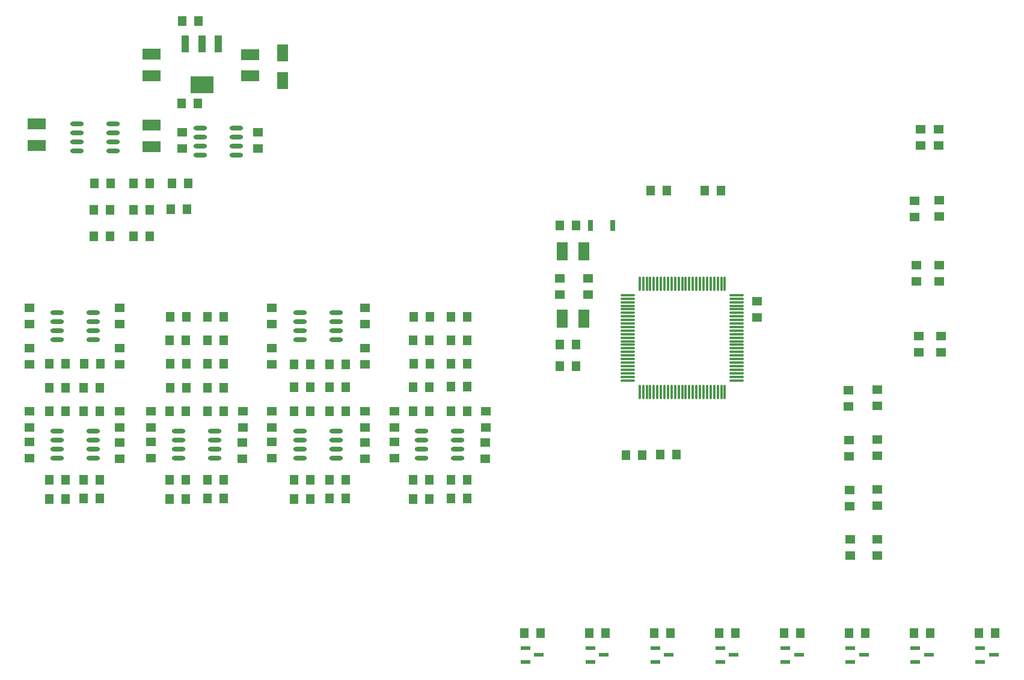
<source format=gtp>
G04 Layer_Color=8421504*
%FSTAX24Y24*%
%MOIN*%
G70*
G01*
G75*
%ADD10R,0.0394X0.0945*%
%ADD11R,0.1299X0.0945*%
%ADD12O,0.0768X0.0236*%
%ADD13R,0.0550X0.0500*%
%ADD14R,0.0500X0.0550*%
%ADD15R,0.0551X0.0236*%
%ADD16R,0.0591X0.1024*%
%ADD17R,0.1024X0.0591*%
%ADD18R,0.0591X0.0965*%
%ADD19R,0.0315X0.0630*%
%ADD20O,0.0118X0.0807*%
%ADD21O,0.0807X0.0118*%
D10*
X012697Y040837D02*
D03*
X011791D02*
D03*
X010886D02*
D03*
D11*
X011791Y038553D02*
D03*
D12*
X013711Y034683D02*
D03*
Y035183D02*
D03*
Y035683D02*
D03*
Y036183D02*
D03*
X011703Y034683D02*
D03*
Y035183D02*
D03*
Y035683D02*
D03*
Y036183D02*
D03*
X025984Y017864D02*
D03*
Y018364D02*
D03*
Y018864D02*
D03*
Y019364D02*
D03*
X023976Y017864D02*
D03*
Y018364D02*
D03*
Y018864D02*
D03*
Y019364D02*
D03*
X019245Y017864D02*
D03*
Y018364D02*
D03*
Y018864D02*
D03*
Y019364D02*
D03*
X017238Y017864D02*
D03*
Y018364D02*
D03*
Y018864D02*
D03*
Y019364D02*
D03*
X005768Y017864D02*
D03*
Y018364D02*
D03*
Y018864D02*
D03*
Y019364D02*
D03*
X00376Y017864D02*
D03*
Y018364D02*
D03*
Y018864D02*
D03*
Y019364D02*
D03*
X00689Y03489D02*
D03*
Y03539D02*
D03*
Y03589D02*
D03*
Y03639D02*
D03*
X004882Y03489D02*
D03*
Y03539D02*
D03*
Y03589D02*
D03*
Y03639D02*
D03*
X012507Y017864D02*
D03*
Y018364D02*
D03*
Y018864D02*
D03*
Y019364D02*
D03*
X010499Y017864D02*
D03*
Y018364D02*
D03*
Y018864D02*
D03*
Y019364D02*
D03*
X019245Y024427D02*
D03*
Y024927D02*
D03*
Y025427D02*
D03*
Y025927D02*
D03*
X017238Y024427D02*
D03*
Y024927D02*
D03*
Y025427D02*
D03*
Y025927D02*
D03*
X00376D02*
D03*
Y025427D02*
D03*
Y024927D02*
D03*
Y024427D02*
D03*
X005768Y025927D02*
D03*
Y025427D02*
D03*
Y024927D02*
D03*
Y024427D02*
D03*
D13*
X047656Y02075D02*
D03*
Y02165D02*
D03*
X049242Y020758D02*
D03*
Y021658D02*
D03*
X047666Y018883D02*
D03*
Y017983D02*
D03*
X049242Y018893D02*
D03*
Y017993D02*
D03*
X047718Y015218D02*
D03*
Y016118D02*
D03*
X049252Y015226D02*
D03*
Y016126D02*
D03*
X047728Y013369D02*
D03*
Y012469D02*
D03*
X049242Y013379D02*
D03*
Y012479D02*
D03*
X02752Y017847D02*
D03*
Y018747D02*
D03*
X027539Y019583D02*
D03*
Y020483D02*
D03*
X02247Y019583D02*
D03*
Y020483D02*
D03*
Y018757D02*
D03*
Y017857D02*
D03*
X007234Y01958D02*
D03*
Y02048D02*
D03*
Y017847D02*
D03*
Y018747D02*
D03*
X015679Y019583D02*
D03*
Y020483D02*
D03*
X015669Y018757D02*
D03*
Y017857D02*
D03*
X020856Y017847D02*
D03*
Y018747D02*
D03*
Y01958D02*
D03*
Y02048D02*
D03*
X014892Y035928D02*
D03*
Y035028D02*
D03*
X010707Y035928D02*
D03*
Y035028D02*
D03*
X042589Y025672D02*
D03*
Y026572D02*
D03*
X031644Y027832D02*
D03*
Y026932D02*
D03*
X033217D02*
D03*
Y027832D02*
D03*
X051555Y023728D02*
D03*
Y024628D02*
D03*
X051417Y027655D02*
D03*
Y028555D02*
D03*
X051299Y031248D02*
D03*
Y032148D02*
D03*
X007224Y023971D02*
D03*
Y023071D02*
D03*
X007234Y025291D02*
D03*
Y026191D02*
D03*
X002234Y023971D02*
D03*
Y023071D02*
D03*
X052776Y024638D02*
D03*
Y023738D02*
D03*
X052677Y028565D02*
D03*
Y027665D02*
D03*
Y032158D02*
D03*
Y031258D02*
D03*
X002234Y026201D02*
D03*
Y025301D02*
D03*
X020846Y023971D02*
D03*
Y023071D02*
D03*
X020856Y025291D02*
D03*
Y026191D02*
D03*
X015669Y023971D02*
D03*
Y023071D02*
D03*
Y026201D02*
D03*
Y025301D02*
D03*
X002234Y018757D02*
D03*
Y017857D02*
D03*
X008976Y018757D02*
D03*
Y017857D02*
D03*
X008957Y01958D02*
D03*
Y02048D02*
D03*
X014045Y017847D02*
D03*
Y018747D02*
D03*
X014065Y019583D02*
D03*
Y020483D02*
D03*
X051654Y035195D02*
D03*
Y036095D02*
D03*
X052648Y036105D02*
D03*
Y035205D02*
D03*
X002244Y01958D02*
D03*
Y02048D02*
D03*
D14*
X017805Y023081D02*
D03*
X016905D02*
D03*
X018868Y021811D02*
D03*
X019768D02*
D03*
X016895Y021791D02*
D03*
X017795D02*
D03*
X023519Y021811D02*
D03*
X024419D02*
D03*
X02561Y021821D02*
D03*
X02651D02*
D03*
X0256Y020463D02*
D03*
X0265D02*
D03*
X023519D02*
D03*
X024419D02*
D03*
X018868D02*
D03*
X019768D02*
D03*
X016895D02*
D03*
X017795D02*
D03*
X02651Y01562D02*
D03*
X02561D02*
D03*
X0256Y016654D02*
D03*
X0265D02*
D03*
X023519Y01561D02*
D03*
X024419D02*
D03*
X023519Y016654D02*
D03*
X024419D02*
D03*
X018868D02*
D03*
X019768D02*
D03*
X019778Y01562D02*
D03*
X018878D02*
D03*
X016895Y01561D02*
D03*
X017795D02*
D03*
X016895Y016654D02*
D03*
X017795D02*
D03*
X040557Y032697D02*
D03*
X039657D02*
D03*
X036667Y032687D02*
D03*
X037567D02*
D03*
X035308Y018041D02*
D03*
X036208D02*
D03*
X038117Y018061D02*
D03*
X037217D02*
D03*
X008892Y030153D02*
D03*
X007992D02*
D03*
X011594Y042087D02*
D03*
X010694D02*
D03*
X008892Y033104D02*
D03*
X007992D02*
D03*
X010687Y03752D02*
D03*
X011587D02*
D03*
X008892Y031652D02*
D03*
X007992D02*
D03*
X011028Y033104D02*
D03*
X010128D02*
D03*
X010084Y031683D02*
D03*
X010984D02*
D03*
X013006Y023091D02*
D03*
X012106D02*
D03*
X01093D02*
D03*
X01003D02*
D03*
X012096Y025699D02*
D03*
X012996D02*
D03*
X01093Y025719D02*
D03*
X01003D02*
D03*
X031624Y030772D02*
D03*
X032524D02*
D03*
X012096Y02439D02*
D03*
X012996D02*
D03*
X01002D02*
D03*
X01092D02*
D03*
X02651Y023091D02*
D03*
X02561D02*
D03*
X024429D02*
D03*
X023529D02*
D03*
X0256Y025689D02*
D03*
X0265D02*
D03*
X024429Y025719D02*
D03*
X023529D02*
D03*
X0256Y02439D02*
D03*
X0265D02*
D03*
X023519D02*
D03*
X024419D02*
D03*
X005816Y030153D02*
D03*
X006716D02*
D03*
X005835Y033104D02*
D03*
X006735D02*
D03*
X006152Y01562D02*
D03*
X005252D02*
D03*
X005242Y016654D02*
D03*
X006142D02*
D03*
X003332Y01561D02*
D03*
X004232D02*
D03*
X003332Y016654D02*
D03*
X004232D02*
D03*
X003332Y020472D02*
D03*
X004232D02*
D03*
X005242D02*
D03*
X006142D02*
D03*
X01002Y016654D02*
D03*
X01092D02*
D03*
X01002Y01561D02*
D03*
X01092D02*
D03*
X013006Y01562D02*
D03*
X012106D02*
D03*
X012096Y016654D02*
D03*
X012996D02*
D03*
X01002Y020463D02*
D03*
X01092D02*
D03*
X012096D02*
D03*
X012996D02*
D03*
X01003Y021782D02*
D03*
X01093D02*
D03*
X012106D02*
D03*
X013006D02*
D03*
X05578Y008169D02*
D03*
X05488D02*
D03*
X052177D02*
D03*
X051277D02*
D03*
X048575D02*
D03*
X047675D02*
D03*
X044973D02*
D03*
X044073D02*
D03*
X04137D02*
D03*
X04047D02*
D03*
X037768D02*
D03*
X036868D02*
D03*
X034166D02*
D03*
X033266D02*
D03*
X030563D02*
D03*
X029663D02*
D03*
X019778Y023081D02*
D03*
X018878D02*
D03*
X032534Y024163D02*
D03*
X031634D02*
D03*
X031624Y022953D02*
D03*
X032524D02*
D03*
X005249Y021782D02*
D03*
X006149D02*
D03*
X00333Y021772D02*
D03*
X00423D02*
D03*
X006159Y023091D02*
D03*
X005259D02*
D03*
X004242D02*
D03*
X003342D02*
D03*
X005816Y031652D02*
D03*
X006716D02*
D03*
D15*
X029734Y007333D02*
D03*
Y006585D02*
D03*
X030482Y006959D02*
D03*
X033337Y007333D02*
D03*
Y006585D02*
D03*
X034085Y006959D02*
D03*
X036939Y007333D02*
D03*
Y006585D02*
D03*
X037687Y006959D02*
D03*
X040541Y007333D02*
D03*
Y006585D02*
D03*
X041289Y006959D02*
D03*
X044144Y007333D02*
D03*
Y006585D02*
D03*
X044892Y006959D02*
D03*
X047746Y007333D02*
D03*
Y006585D02*
D03*
X048494Y006959D02*
D03*
X051348Y007333D02*
D03*
Y006585D02*
D03*
X052096Y006959D02*
D03*
X054951Y007333D02*
D03*
Y006585D02*
D03*
X055699Y006959D02*
D03*
D16*
X032962Y02935D02*
D03*
X031781D02*
D03*
X032962Y025591D02*
D03*
X031781D02*
D03*
D17*
X002654Y035207D02*
D03*
Y036388D02*
D03*
X009006Y035148D02*
D03*
Y036329D02*
D03*
Y039075D02*
D03*
Y040256D02*
D03*
X014478Y039065D02*
D03*
Y040246D02*
D03*
D18*
X01627Y038819D02*
D03*
Y040335D02*
D03*
D19*
X034587Y030763D02*
D03*
X033327D02*
D03*
D20*
X040787Y027549D02*
D03*
X040591D02*
D03*
X040394D02*
D03*
X040197D02*
D03*
X04D02*
D03*
X039803D02*
D03*
X039606D02*
D03*
X039409D02*
D03*
X039213D02*
D03*
X039016D02*
D03*
X038819D02*
D03*
X038622D02*
D03*
X038425D02*
D03*
X038228D02*
D03*
X038031D02*
D03*
X037835D02*
D03*
X037638D02*
D03*
X037441D02*
D03*
X037244D02*
D03*
X037047D02*
D03*
X03685D02*
D03*
X036654D02*
D03*
X036457D02*
D03*
X03626D02*
D03*
X036063D02*
D03*
Y021545D02*
D03*
X03626D02*
D03*
X036457D02*
D03*
X036654D02*
D03*
X03685D02*
D03*
X037047D02*
D03*
X037244D02*
D03*
X037441D02*
D03*
X037638D02*
D03*
X037835D02*
D03*
X038031D02*
D03*
X038228D02*
D03*
X038425D02*
D03*
X038622D02*
D03*
X038819D02*
D03*
X039016D02*
D03*
X039213D02*
D03*
X039409D02*
D03*
X039606D02*
D03*
X039803D02*
D03*
X04D02*
D03*
X040197D02*
D03*
X040394D02*
D03*
X040591D02*
D03*
X040787D02*
D03*
D21*
X035423Y026909D02*
D03*
Y026713D02*
D03*
Y026516D02*
D03*
Y026319D02*
D03*
Y026122D02*
D03*
Y025925D02*
D03*
Y025728D02*
D03*
Y025531D02*
D03*
Y025335D02*
D03*
Y025138D02*
D03*
Y024941D02*
D03*
Y024744D02*
D03*
Y024547D02*
D03*
Y02435D02*
D03*
Y024154D02*
D03*
Y023957D02*
D03*
Y02376D02*
D03*
Y023563D02*
D03*
Y023366D02*
D03*
Y023169D02*
D03*
Y022972D02*
D03*
Y022776D02*
D03*
Y022579D02*
D03*
Y022382D02*
D03*
Y022185D02*
D03*
X041427D02*
D03*
Y022382D02*
D03*
Y022579D02*
D03*
Y022776D02*
D03*
Y022972D02*
D03*
Y023169D02*
D03*
Y023366D02*
D03*
Y023563D02*
D03*
Y02376D02*
D03*
Y023957D02*
D03*
Y024154D02*
D03*
Y02435D02*
D03*
Y024547D02*
D03*
Y024744D02*
D03*
Y024941D02*
D03*
Y025138D02*
D03*
Y025335D02*
D03*
Y025531D02*
D03*
Y025728D02*
D03*
Y025925D02*
D03*
Y026122D02*
D03*
Y026319D02*
D03*
Y026516D02*
D03*
Y026713D02*
D03*
Y026909D02*
D03*
M02*

</source>
